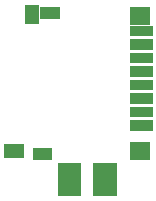
<source format=gbs>
G04 Layer: BottomSolderMaskLayer*
G04 EasyEDA v6.4.25, 2021-12-07T19:09:17+01:00*
G04 af510f2a62b747d9ba719f6df8b66caf,db93e8822c7348a7aec6f6efa12e507d,10*
G04 Gerber Generator version 0.2*
G04 Scale: 100 percent, Rotated: No, Reflected: No *
G04 Dimensions in millimeters *
G04 leading zeros omitted , absolute positions ,4 integer and 5 decimal *
%FSLAX45Y45*%
%MOMM*%

%ADD10C,0.0001*%

%LPD*%
G36*
X1180337Y-2159507D02*
G01*
X1180337Y-1879092D01*
X1380489Y-1879092D01*
X1380489Y-2159507D01*
G37*
G36*
X880110Y-2159507D02*
G01*
X880110Y-1879092D01*
X1080262Y-1879092D01*
X1080262Y-2159507D01*
G37*
G36*
X1489963Y-807212D02*
G01*
X1489963Y-716787D01*
X1685036Y-716787D01*
X1685036Y-807212D01*
G37*
G36*
X1489963Y-921512D02*
G01*
X1489963Y-831087D01*
X1685036Y-831087D01*
X1685036Y-921512D01*
G37*
G36*
X1489963Y-1035812D02*
G01*
X1489963Y-945387D01*
X1685036Y-945387D01*
X1685036Y-1035812D01*
G37*
G36*
X1489963Y-1150112D02*
G01*
X1489963Y-1059687D01*
X1685036Y-1059687D01*
X1685036Y-1150112D01*
G37*
G36*
X1489963Y-1607312D02*
G01*
X1489963Y-1516887D01*
X1685036Y-1516887D01*
X1685036Y-1607312D01*
G37*
G36*
X1489963Y-1493012D02*
G01*
X1489963Y-1402587D01*
X1685036Y-1402587D01*
X1685036Y-1493012D01*
G37*
G36*
X1489963Y-1378712D02*
G01*
X1489963Y-1288287D01*
X1685036Y-1288287D01*
X1685036Y-1378712D01*
G37*
G36*
X1489963Y-1264412D02*
G01*
X1489963Y-1173987D01*
X1685036Y-1173987D01*
X1685036Y-1264412D01*
G37*
G36*
X1489710Y-710184D02*
G01*
X1489710Y-559815D01*
X1659889Y-559815D01*
X1659889Y-710184D01*
G37*
G36*
X1489710Y-1853184D02*
G01*
X1489710Y-1702815D01*
X1659889Y-1702815D01*
X1659889Y-1853184D01*
G37*
G36*
X422910Y-1838197D02*
G01*
X422910Y-1717802D01*
X593089Y-1717802D01*
X593089Y-1838197D01*
G37*
G36*
X600202Y-704850D02*
G01*
X600202Y-539750D01*
X720597Y-539750D01*
X720597Y-704850D01*
G37*
G36*
X727710Y-659637D02*
G01*
X727710Y-559562D01*
X897889Y-559562D01*
X897889Y-659637D01*
G37*
G36*
X669036Y-1853437D02*
G01*
X669036Y-1753362D01*
X829563Y-1753362D01*
X829563Y-1853437D01*
G37*
M02*

</source>
